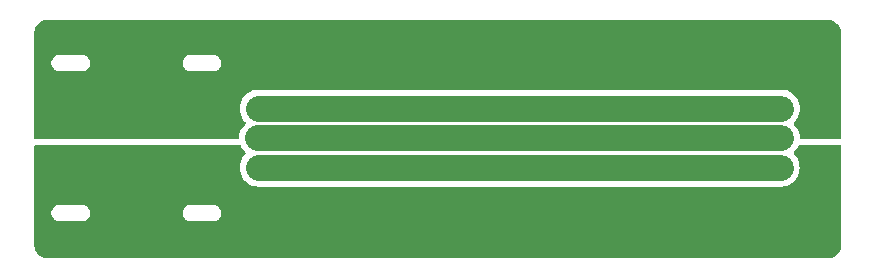
<source format=gbr>
%TF.GenerationSoftware,KiCad,Pcbnew,(7.0.0-rc2-283-gc53ce01b89)*%
%TF.CreationDate,2023-05-01T16:57:45+01:00*%
%TF.ProjectId,4S parallel board,34532070-6172-4616-9c6c-656c20626f61,rev?*%
%TF.SameCoordinates,Original*%
%TF.FileFunction,Copper,L2,Bot*%
%TF.FilePolarity,Positive*%
%FSLAX46Y46*%
G04 Gerber Fmt 4.6, Leading zero omitted, Abs format (unit mm)*
G04 Created by KiCad (PCBNEW (7.0.0-rc2-283-gc53ce01b89)) date 2023-05-01 16:57:45*
%MOMM*%
%LPD*%
G01*
G04 APERTURE LIST*
G04 Aperture macros list*
%AMRoundRect*
0 Rectangle with rounded corners*
0 $1 Rounding radius*
0 $2 $3 $4 $5 $6 $7 $8 $9 X,Y pos of 4 corners*
0 Add a 4 corners polygon primitive as box body*
4,1,4,$2,$3,$4,$5,$6,$7,$8,$9,$2,$3,0*
0 Add four circle primitives for the rounded corners*
1,1,$1+$1,$2,$3*
1,1,$1+$1,$4,$5*
1,1,$1+$1,$6,$7*
1,1,$1+$1,$8,$9*
0 Add four rect primitives between the rounded corners*
20,1,$1+$1,$2,$3,$4,$5,0*
20,1,$1+$1,$4,$5,$6,$7,0*
20,1,$1+$1,$6,$7,$8,$9,0*
20,1,$1+$1,$8,$9,$2,$3,0*%
G04 Aperture macros list end*
%TA.AperFunction,ComponentPad*%
%ADD10RoundRect,0.249999X-1.300001X1.300001X-1.300001X-1.300001X1.300001X-1.300001X1.300001X1.300001X0*%
%TD*%
%TA.AperFunction,ComponentPad*%
%ADD11C,3.100000*%
%TD*%
%TA.AperFunction,ComponentPad*%
%ADD12R,1.700000X1.700000*%
%TD*%
%TA.AperFunction,ComponentPad*%
%ADD13O,1.700000X1.700000*%
%TD*%
%TA.AperFunction,ComponentPad*%
%ADD14O,1.950000X1.700000*%
%TD*%
%TA.AperFunction,ComponentPad*%
%ADD15RoundRect,0.250000X-0.725000X0.600000X-0.725000X-0.600000X0.725000X-0.600000X0.725000X0.600000X0*%
%TD*%
%TA.AperFunction,Conductor*%
%ADD16C,2.200000*%
%TD*%
G04 APERTURE END LIST*
D10*
%TO.P,J1,1,Pin_1*%
%TO.N,VCC*%
X99805000Y-120110000D03*
D11*
%TO.P,J1,2,Pin_2*%
%TO.N,GND*%
X99805000Y-126110000D03*
%TD*%
D12*
%TO.P,J6,1,Pin_1*%
%TO.N,VCC*%
X110599999Y-118034999D03*
D13*
%TO.P,J6,2,Pin_2*%
%TO.N,/B2*%
X110599999Y-120574999D03*
%TO.P,J6,3,Pin_3*%
%TO.N,/B3*%
X110599999Y-123114999D03*
%TO.P,J6,4,Pin_4*%
%TO.N,/B4*%
X110599999Y-125654999D03*
%TO.P,J6,5,Pin_5*%
%TO.N,GND*%
X110599999Y-128194999D03*
%TD*%
D14*
%TO.P,J2,5,Pin_5*%
%TO.N,GND*%
X116839999Y-128109999D03*
%TO.P,J2,4,Pin_4*%
%TO.N,/B4*%
X116839999Y-125609999D03*
%TO.P,J2,3,Pin_3*%
%TO.N,/B3*%
X116839999Y-123109999D03*
%TO.P,J2,2,Pin_2*%
%TO.N,/B2*%
X116839999Y-120609999D03*
D15*
%TO.P,J2,1,Pin_1*%
%TO.N,VCC*%
X116840000Y-118110000D03*
%TD*%
D14*
%TO.P,J12,5,Pin_5*%
%TO.N,GND*%
X154939999Y-128109999D03*
%TO.P,J12,4,Pin_4*%
%TO.N,/B4*%
X154939999Y-125609999D03*
%TO.P,J12,3,Pin_3*%
%TO.N,/B3*%
X154939999Y-123109999D03*
%TO.P,J12,2,Pin_2*%
%TO.N,/B2*%
X154939999Y-120609999D03*
D15*
%TO.P,J12,1,Pin_1*%
%TO.N,VCC*%
X154940000Y-118110000D03*
%TD*%
%TO.P,J9,1,Pin_1*%
%TO.N,VCC*%
X142240000Y-118110000D03*
D14*
%TO.P,J9,2,Pin_2*%
%TO.N,/B2*%
X142239999Y-120609999D03*
%TO.P,J9,3,Pin_3*%
%TO.N,/B3*%
X142239999Y-123109999D03*
%TO.P,J9,4,Pin_4*%
%TO.N,/B4*%
X142239999Y-125609999D03*
%TO.P,J9,5,Pin_5*%
%TO.N,GND*%
X142239999Y-128109999D03*
%TD*%
D15*
%TO.P,J3,1,Pin_1*%
%TO.N,VCC*%
X129540000Y-118110000D03*
D14*
%TO.P,J3,2,Pin_2*%
%TO.N,/B2*%
X129539999Y-120609999D03*
%TO.P,J3,3,Pin_3*%
%TO.N,/B3*%
X129539999Y-123109999D03*
%TO.P,J3,4,Pin_4*%
%TO.N,/B4*%
X129539999Y-125609999D03*
%TO.P,J3,5,Pin_5*%
%TO.N,GND*%
X129539999Y-128109999D03*
%TD*%
D16*
%TO.N,/B4*%
X110645000Y-125610000D02*
X154820000Y-125610000D01*
%TO.N,/B3*%
X154860000Y-123110000D02*
X110605000Y-123110000D01*
%TO.N,/B2*%
X110635000Y-120610000D02*
X154860000Y-120610000D01*
%TD*%
%TA.AperFunction,Conductor*%
%TO.N,GND*%
G36*
X156469845Y-123687700D02*
G01*
X156596244Y-123703500D01*
X156600155Y-123703500D01*
X159843500Y-123703500D01*
X159906500Y-123720381D01*
X159952619Y-123766500D01*
X159969500Y-123829500D01*
X159969500Y-132075044D01*
X159969112Y-132084931D01*
X159955263Y-132260887D01*
X159952170Y-132280414D01*
X159912127Y-132447204D01*
X159906017Y-132466008D01*
X159840377Y-132624477D01*
X159831401Y-132642093D01*
X159741774Y-132788352D01*
X159730153Y-132804348D01*
X159618758Y-132934776D01*
X159604776Y-132948758D01*
X159474348Y-133060153D01*
X159458352Y-133071774D01*
X159312093Y-133161401D01*
X159294477Y-133170377D01*
X159136008Y-133236017D01*
X159117204Y-133242127D01*
X158950414Y-133282170D01*
X158930887Y-133285263D01*
X158767812Y-133298098D01*
X158754929Y-133299112D01*
X158745044Y-133299500D01*
X92824956Y-133299500D01*
X92815070Y-133299112D01*
X92639113Y-133285263D01*
X92619585Y-133282170D01*
X92452795Y-133242127D01*
X92433991Y-133236017D01*
X92275522Y-133170377D01*
X92257906Y-133161401D01*
X92111647Y-133071774D01*
X92095658Y-133060158D01*
X91965214Y-132948749D01*
X91951250Y-132934785D01*
X91839839Y-132804339D01*
X91828225Y-132788352D01*
X91738598Y-132642093D01*
X91729622Y-132624477D01*
X91714055Y-132586896D01*
X91663981Y-132466007D01*
X91657872Y-132447204D01*
X91617829Y-132280414D01*
X91614736Y-132260886D01*
X91600888Y-132084930D01*
X91600500Y-132075044D01*
X91600500Y-129537237D01*
X93087000Y-129537237D01*
X93088573Y-129544129D01*
X93088574Y-129544137D01*
X93119798Y-129680942D01*
X93119800Y-129680948D01*
X93121373Y-129687839D01*
X93124440Y-129694208D01*
X93124442Y-129694213D01*
X93185324Y-129820635D01*
X93188397Y-129827016D01*
X93192809Y-129832549D01*
X93192812Y-129832553D01*
X93280300Y-129942258D01*
X93284711Y-129947789D01*
X93290241Y-129952199D01*
X93399946Y-130039687D01*
X93399948Y-130039688D01*
X93405484Y-130044103D01*
X93544661Y-130111127D01*
X93695263Y-130145500D01*
X93762455Y-130145500D01*
X93772500Y-130145500D01*
X93788908Y-130145500D01*
X95661092Y-130145500D01*
X95687545Y-130145500D01*
X95747659Y-130145500D01*
X95754737Y-130145500D01*
X95905339Y-130111127D01*
X96044516Y-130044103D01*
X96165289Y-129947789D01*
X96261603Y-129827016D01*
X96328627Y-129687839D01*
X96363000Y-129537237D01*
X104199500Y-129537237D01*
X104201073Y-129544129D01*
X104201074Y-129544137D01*
X104232298Y-129680942D01*
X104232300Y-129680948D01*
X104233873Y-129687839D01*
X104236940Y-129694208D01*
X104236942Y-129694213D01*
X104297824Y-129820635D01*
X104300897Y-129827016D01*
X104305309Y-129832549D01*
X104305312Y-129832553D01*
X104392800Y-129942258D01*
X104397211Y-129947789D01*
X104402741Y-129952199D01*
X104512446Y-130039687D01*
X104512448Y-130039688D01*
X104517984Y-130044103D01*
X104657161Y-130111127D01*
X104807763Y-130145500D01*
X104874955Y-130145500D01*
X104885000Y-130145500D01*
X104901408Y-130145500D01*
X106773592Y-130145500D01*
X106800045Y-130145500D01*
X106860159Y-130145500D01*
X106867237Y-130145500D01*
X107017839Y-130111127D01*
X107157016Y-130044103D01*
X107277789Y-129947789D01*
X107374103Y-129827016D01*
X107441127Y-129687839D01*
X107475500Y-129537237D01*
X107475500Y-129382763D01*
X107441127Y-129232161D01*
X107374103Y-129092984D01*
X107317889Y-129022495D01*
X107282199Y-128977741D01*
X107277789Y-128972211D01*
X107272258Y-128967800D01*
X107162553Y-128880312D01*
X107162549Y-128880309D01*
X107157016Y-128875897D01*
X107150635Y-128872824D01*
X107024213Y-128811942D01*
X107024208Y-128811940D01*
X107017839Y-128808873D01*
X107010948Y-128807300D01*
X107010942Y-128807298D01*
X106874137Y-128776074D01*
X106874129Y-128776073D01*
X106867237Y-128774500D01*
X106800045Y-128774500D01*
X104901408Y-128774500D01*
X104885000Y-128774500D01*
X104807763Y-128774500D01*
X104800871Y-128776072D01*
X104800862Y-128776074D01*
X104664057Y-128807298D01*
X104664048Y-128807301D01*
X104657161Y-128808873D01*
X104650793Y-128811939D01*
X104650786Y-128811942D01*
X104524364Y-128872824D01*
X104524360Y-128872826D01*
X104517984Y-128875897D01*
X104512454Y-128880306D01*
X104512446Y-128880312D01*
X104402741Y-128967800D01*
X104402736Y-128967804D01*
X104397211Y-128972211D01*
X104392804Y-128977736D01*
X104392800Y-128977741D01*
X104305312Y-129087446D01*
X104305306Y-129087454D01*
X104300897Y-129092984D01*
X104297826Y-129099360D01*
X104297824Y-129099364D01*
X104236942Y-129225786D01*
X104236939Y-129225793D01*
X104233873Y-129232161D01*
X104232301Y-129239048D01*
X104232298Y-129239057D01*
X104201074Y-129375862D01*
X104201072Y-129375871D01*
X104199500Y-129382763D01*
X104199500Y-129537237D01*
X96363000Y-129537237D01*
X96363000Y-129382763D01*
X96328627Y-129232161D01*
X96261603Y-129092984D01*
X96205389Y-129022495D01*
X96169699Y-128977741D01*
X96165289Y-128972211D01*
X96159758Y-128967800D01*
X96050053Y-128880312D01*
X96050049Y-128880309D01*
X96044516Y-128875897D01*
X96038135Y-128872824D01*
X95911713Y-128811942D01*
X95911708Y-128811940D01*
X95905339Y-128808873D01*
X95898448Y-128807300D01*
X95898442Y-128807298D01*
X95761637Y-128776074D01*
X95761629Y-128776073D01*
X95754737Y-128774500D01*
X95687545Y-128774500D01*
X93788908Y-128774500D01*
X93772500Y-128774500D01*
X93695263Y-128774500D01*
X93688371Y-128776072D01*
X93688362Y-128776074D01*
X93551557Y-128807298D01*
X93551548Y-128807301D01*
X93544661Y-128808873D01*
X93538293Y-128811939D01*
X93538286Y-128811942D01*
X93411864Y-128872824D01*
X93411860Y-128872826D01*
X93405484Y-128875897D01*
X93399954Y-128880306D01*
X93399946Y-128880312D01*
X93290241Y-128967800D01*
X93290236Y-128967804D01*
X93284711Y-128972211D01*
X93280304Y-128977736D01*
X93280300Y-128977741D01*
X93192812Y-129087446D01*
X93192806Y-129087454D01*
X93188397Y-129092984D01*
X93185326Y-129099360D01*
X93185324Y-129099364D01*
X93124442Y-129225786D01*
X93124439Y-129225793D01*
X93121373Y-129232161D01*
X93119801Y-129239048D01*
X93119798Y-129239057D01*
X93088574Y-129375862D01*
X93088572Y-129375871D01*
X93087000Y-129382763D01*
X93087000Y-129537237D01*
X91600500Y-129537237D01*
X91600500Y-123829500D01*
X91617381Y-123766500D01*
X91663500Y-123720381D01*
X91726500Y-123703500D01*
X108864845Y-123703500D01*
X108868756Y-123703500D01*
X108995155Y-123687700D01*
X108995657Y-123687572D01*
X109051497Y-123689853D01*
X109101481Y-123716884D01*
X109134506Y-123763128D01*
X109135903Y-123766500D01*
X109167384Y-123842502D01*
X109299672Y-124058376D01*
X109302879Y-124062131D01*
X109302882Y-124062135D01*
X109460886Y-124247133D01*
X109464102Y-124250898D01*
X109488579Y-124271804D01*
X109500013Y-124281569D01*
X109538015Y-124338444D01*
X109540701Y-124406794D01*
X109507367Y-124466312D01*
X109504102Y-124469102D01*
X109500900Y-124472850D01*
X109500894Y-124472857D01*
X109342882Y-124657864D01*
X109342874Y-124657874D01*
X109339672Y-124661624D01*
X109337093Y-124665832D01*
X109337089Y-124665838D01*
X109209970Y-124873277D01*
X109209966Y-124873283D01*
X109207384Y-124877498D01*
X109205491Y-124882067D01*
X109205489Y-124882072D01*
X109112389Y-125106835D01*
X109112386Y-125106841D01*
X109110495Y-125111409D01*
X109109342Y-125116208D01*
X109109339Y-125116220D01*
X109052546Y-125352784D01*
X109051391Y-125357597D01*
X109051003Y-125362520D01*
X109051002Y-125362530D01*
X109031914Y-125605070D01*
X109031526Y-125610000D01*
X109031914Y-125614930D01*
X109051002Y-125857469D01*
X109051003Y-125857477D01*
X109051391Y-125862403D01*
X109052545Y-125867211D01*
X109052546Y-125867215D01*
X109109339Y-126103779D01*
X109109341Y-126103787D01*
X109110495Y-126108591D01*
X109207384Y-126342502D01*
X109339672Y-126558376D01*
X109342879Y-126562131D01*
X109342882Y-126562135D01*
X109500894Y-126747142D01*
X109504102Y-126750898D01*
X109696624Y-126915328D01*
X109912498Y-127047616D01*
X110146409Y-127144505D01*
X110392597Y-127203609D01*
X110581801Y-127218500D01*
X154880730Y-127218500D01*
X154883199Y-127218500D01*
X155072403Y-127203609D01*
X155318591Y-127144505D01*
X155552502Y-127047616D01*
X155768376Y-126915328D01*
X155960898Y-126750898D01*
X156125328Y-126558376D01*
X156257616Y-126342502D01*
X156354505Y-126108591D01*
X156413609Y-125862403D01*
X156433474Y-125610000D01*
X156413609Y-125357597D01*
X156354505Y-125111409D01*
X156257616Y-124877498D01*
X156125328Y-124661624D01*
X155960898Y-124469102D01*
X155957631Y-124466311D01*
X155924298Y-124406793D01*
X155926984Y-124338442D01*
X155964986Y-124281569D01*
X156000898Y-124250898D01*
X156165328Y-124058376D01*
X156297616Y-123842502D01*
X156330492Y-123763129D01*
X156363516Y-123716885D01*
X156413500Y-123689854D01*
X156469338Y-123687571D01*
X156469845Y-123687700D01*
G37*
%TD.AperFunction*%
%TD*%
%TA.AperFunction,Conductor*%
%TO.N,VCC*%
G36*
X158754930Y-113080888D02*
G01*
X158930886Y-113094736D01*
X158950414Y-113097829D01*
X159033808Y-113117850D01*
X159117205Y-113137872D01*
X159136008Y-113143982D01*
X159294477Y-113209622D01*
X159312093Y-113218598D01*
X159458352Y-113308225D01*
X159474339Y-113319839D01*
X159604785Y-113431250D01*
X159618749Y-113445214D01*
X159730158Y-113575658D01*
X159741774Y-113591647D01*
X159831401Y-113737906D01*
X159840377Y-113755522D01*
X159906017Y-113913991D01*
X159912127Y-113932795D01*
X159952170Y-114099585D01*
X159955263Y-114119113D01*
X159969112Y-114295070D01*
X159969500Y-114304956D01*
X159969500Y-123064000D01*
X159952619Y-123127000D01*
X159906500Y-123173119D01*
X159843500Y-123190000D01*
X156596244Y-123190000D01*
X156536122Y-123174731D01*
X156490572Y-123132625D01*
X156470632Y-123073886D01*
X156453997Y-122862531D01*
X156453609Y-122857597D01*
X156394505Y-122611409D01*
X156297616Y-122377498D01*
X156165328Y-122161624D01*
X156000898Y-121969102D01*
X155997141Y-121965893D01*
X155997139Y-121965891D01*
X155985334Y-121955808D01*
X155952739Y-121912746D01*
X155941167Y-121859994D01*
X155952743Y-121807243D01*
X155985339Y-121764186D01*
X156000898Y-121750898D01*
X156165328Y-121558376D01*
X156297616Y-121342502D01*
X156394505Y-121108591D01*
X156453609Y-120862403D01*
X156473474Y-120610000D01*
X156453609Y-120357597D01*
X156394505Y-120111409D01*
X156297616Y-119877498D01*
X156165328Y-119661624D01*
X156000898Y-119469102D01*
X155997142Y-119465894D01*
X155812135Y-119307882D01*
X155812131Y-119307879D01*
X155808376Y-119304672D01*
X155592502Y-119172384D01*
X155358591Y-119075495D01*
X155353787Y-119074341D01*
X155353779Y-119074339D01*
X155117215Y-119017546D01*
X155117211Y-119017545D01*
X155112403Y-119016391D01*
X155107477Y-119016003D01*
X155107469Y-119016002D01*
X154925655Y-119001693D01*
X154925647Y-119001692D01*
X154923199Y-119001500D01*
X110571801Y-119001500D01*
X110569353Y-119001692D01*
X110569344Y-119001693D01*
X110387530Y-119016002D01*
X110387520Y-119016003D01*
X110382597Y-119016391D01*
X110377789Y-119017545D01*
X110377784Y-119017546D01*
X110141220Y-119074339D01*
X110141208Y-119074342D01*
X110136409Y-119075495D01*
X110131841Y-119077386D01*
X110131835Y-119077389D01*
X109907072Y-119170489D01*
X109907067Y-119170491D01*
X109902498Y-119172384D01*
X109898283Y-119174966D01*
X109898277Y-119174970D01*
X109690838Y-119302089D01*
X109690832Y-119302093D01*
X109686624Y-119304672D01*
X109682874Y-119307874D01*
X109682864Y-119307882D01*
X109497857Y-119465894D01*
X109497850Y-119465900D01*
X109494102Y-119469102D01*
X109490900Y-119472850D01*
X109490894Y-119472857D01*
X109332882Y-119657864D01*
X109332874Y-119657874D01*
X109329672Y-119661624D01*
X109327093Y-119665832D01*
X109327089Y-119665838D01*
X109199970Y-119873277D01*
X109199966Y-119873283D01*
X109197384Y-119877498D01*
X109195491Y-119882067D01*
X109195489Y-119882072D01*
X109102389Y-120106835D01*
X109102386Y-120106841D01*
X109100495Y-120111409D01*
X109099342Y-120116208D01*
X109099339Y-120116220D01*
X109042546Y-120352784D01*
X109041391Y-120357597D01*
X109041003Y-120362520D01*
X109041002Y-120362530D01*
X109021914Y-120605070D01*
X109021526Y-120610000D01*
X109021914Y-120614930D01*
X109041002Y-120857469D01*
X109041003Y-120857477D01*
X109041391Y-120862403D01*
X109042545Y-120867211D01*
X109042546Y-120867215D01*
X109099339Y-121103779D01*
X109099341Y-121103787D01*
X109100495Y-121108591D01*
X109197384Y-121342502D01*
X109329672Y-121558376D01*
X109332879Y-121562131D01*
X109332882Y-121562135D01*
X109403176Y-121644438D01*
X109494102Y-121750898D01*
X109497871Y-121754117D01*
X109501364Y-121757610D01*
X109500234Y-121758739D01*
X109527253Y-121794424D01*
X109538833Y-121847178D01*
X109527261Y-121899934D01*
X109494665Y-121942998D01*
X109467858Y-121965893D01*
X109467850Y-121965900D01*
X109464102Y-121969102D01*
X109460900Y-121972850D01*
X109460894Y-121972857D01*
X109302882Y-122157864D01*
X109302874Y-122157874D01*
X109299672Y-122161624D01*
X109297093Y-122165832D01*
X109297089Y-122165838D01*
X109169970Y-122373277D01*
X109169966Y-122373283D01*
X109167384Y-122377498D01*
X109165491Y-122382067D01*
X109165489Y-122382072D01*
X109072389Y-122606835D01*
X109072386Y-122606841D01*
X109070495Y-122611409D01*
X109069342Y-122616208D01*
X109069339Y-122616220D01*
X109012546Y-122852784D01*
X109011391Y-122857597D01*
X109011003Y-122862522D01*
X109011002Y-122862531D01*
X108994368Y-123073886D01*
X108974428Y-123132625D01*
X108928878Y-123174731D01*
X108868756Y-123190000D01*
X91726500Y-123190000D01*
X91663500Y-123173119D01*
X91617381Y-123127000D01*
X91600500Y-123064000D01*
X91600500Y-116837237D01*
X93087000Y-116837237D01*
X93088573Y-116844129D01*
X93088574Y-116844137D01*
X93119798Y-116980942D01*
X93119800Y-116980948D01*
X93121373Y-116987839D01*
X93124440Y-116994208D01*
X93124442Y-116994213D01*
X93185324Y-117120635D01*
X93188397Y-117127016D01*
X93192809Y-117132549D01*
X93192812Y-117132553D01*
X93280300Y-117242258D01*
X93284711Y-117247789D01*
X93290241Y-117252199D01*
X93399946Y-117339687D01*
X93399948Y-117339688D01*
X93405484Y-117344103D01*
X93544661Y-117411127D01*
X93695263Y-117445500D01*
X93762455Y-117445500D01*
X93772500Y-117445500D01*
X93788908Y-117445500D01*
X95661092Y-117445500D01*
X95687545Y-117445500D01*
X95747659Y-117445500D01*
X95754737Y-117445500D01*
X95905339Y-117411127D01*
X96044516Y-117344103D01*
X96165289Y-117247789D01*
X96261603Y-117127016D01*
X96328627Y-116987839D01*
X96363000Y-116837237D01*
X104199500Y-116837237D01*
X104201073Y-116844129D01*
X104201074Y-116844137D01*
X104232298Y-116980942D01*
X104232300Y-116980948D01*
X104233873Y-116987839D01*
X104236940Y-116994208D01*
X104236942Y-116994213D01*
X104297824Y-117120635D01*
X104300897Y-117127016D01*
X104305309Y-117132549D01*
X104305312Y-117132553D01*
X104392800Y-117242258D01*
X104397211Y-117247789D01*
X104402741Y-117252199D01*
X104512446Y-117339687D01*
X104512448Y-117339688D01*
X104517984Y-117344103D01*
X104657161Y-117411127D01*
X104807763Y-117445500D01*
X104874955Y-117445500D01*
X104885000Y-117445500D01*
X104901408Y-117445500D01*
X106773592Y-117445500D01*
X106800045Y-117445500D01*
X106860159Y-117445500D01*
X106867237Y-117445500D01*
X107017839Y-117411127D01*
X107157016Y-117344103D01*
X107277789Y-117247789D01*
X107374103Y-117127016D01*
X107441127Y-116987839D01*
X107475500Y-116837237D01*
X107475500Y-116682763D01*
X107441127Y-116532161D01*
X107374103Y-116392984D01*
X107317889Y-116322495D01*
X107282199Y-116277741D01*
X107277789Y-116272211D01*
X107272258Y-116267800D01*
X107162553Y-116180312D01*
X107162549Y-116180309D01*
X107157016Y-116175897D01*
X107150635Y-116172824D01*
X107024213Y-116111942D01*
X107024208Y-116111940D01*
X107017839Y-116108873D01*
X107010948Y-116107300D01*
X107010942Y-116107298D01*
X106874137Y-116076074D01*
X106874129Y-116076073D01*
X106867237Y-116074500D01*
X106800045Y-116074500D01*
X104901408Y-116074500D01*
X104885000Y-116074500D01*
X104807763Y-116074500D01*
X104800871Y-116076072D01*
X104800862Y-116076074D01*
X104664057Y-116107298D01*
X104664048Y-116107301D01*
X104657161Y-116108873D01*
X104650793Y-116111939D01*
X104650786Y-116111942D01*
X104524364Y-116172824D01*
X104524360Y-116172826D01*
X104517984Y-116175897D01*
X104512454Y-116180306D01*
X104512446Y-116180312D01*
X104402741Y-116267800D01*
X104402736Y-116267804D01*
X104397211Y-116272211D01*
X104392804Y-116277736D01*
X104392800Y-116277741D01*
X104305312Y-116387446D01*
X104305306Y-116387454D01*
X104300897Y-116392984D01*
X104297826Y-116399360D01*
X104297824Y-116399364D01*
X104236942Y-116525786D01*
X104236939Y-116525793D01*
X104233873Y-116532161D01*
X104232301Y-116539048D01*
X104232298Y-116539057D01*
X104201074Y-116675862D01*
X104201072Y-116675871D01*
X104199500Y-116682763D01*
X104199500Y-116837237D01*
X96363000Y-116837237D01*
X96363000Y-116682763D01*
X96328627Y-116532161D01*
X96261603Y-116392984D01*
X96205389Y-116322495D01*
X96169699Y-116277741D01*
X96165289Y-116272211D01*
X96159758Y-116267800D01*
X96050053Y-116180312D01*
X96050049Y-116180309D01*
X96044516Y-116175897D01*
X96038135Y-116172824D01*
X95911713Y-116111942D01*
X95911708Y-116111940D01*
X95905339Y-116108873D01*
X95898448Y-116107300D01*
X95898442Y-116107298D01*
X95761637Y-116076074D01*
X95761629Y-116076073D01*
X95754737Y-116074500D01*
X95687545Y-116074500D01*
X93788908Y-116074500D01*
X93772500Y-116074500D01*
X93695263Y-116074500D01*
X93688371Y-116076072D01*
X93688362Y-116076074D01*
X93551557Y-116107298D01*
X93551548Y-116107301D01*
X93544661Y-116108873D01*
X93538293Y-116111939D01*
X93538286Y-116111942D01*
X93411864Y-116172824D01*
X93411860Y-116172826D01*
X93405484Y-116175897D01*
X93399954Y-116180306D01*
X93399946Y-116180312D01*
X93290241Y-116267800D01*
X93290236Y-116267804D01*
X93284711Y-116272211D01*
X93280304Y-116277736D01*
X93280300Y-116277741D01*
X93192812Y-116387446D01*
X93192806Y-116387454D01*
X93188397Y-116392984D01*
X93185326Y-116399360D01*
X93185324Y-116399364D01*
X93124442Y-116525786D01*
X93124439Y-116525793D01*
X93121373Y-116532161D01*
X93119801Y-116539048D01*
X93119798Y-116539057D01*
X93088574Y-116675862D01*
X93088572Y-116675871D01*
X93087000Y-116682763D01*
X93087000Y-116837237D01*
X91600500Y-116837237D01*
X91600500Y-114304956D01*
X91600888Y-114295070D01*
X91614736Y-114119113D01*
X91617829Y-114099585D01*
X91657873Y-113932790D01*
X91663982Y-113913991D01*
X91729624Y-113755516D01*
X91738598Y-113737906D01*
X91828225Y-113591647D01*
X91839834Y-113575666D01*
X91951256Y-113445207D01*
X91965207Y-113431256D01*
X92095666Y-113319834D01*
X92111647Y-113308225D01*
X92257906Y-113218598D01*
X92275516Y-113209624D01*
X92433995Y-113143980D01*
X92452790Y-113137873D01*
X92619586Y-113097828D01*
X92639113Y-113094736D01*
X92815070Y-113080888D01*
X92824956Y-113080500D01*
X92836408Y-113080500D01*
X158733592Y-113080500D01*
X158745044Y-113080500D01*
X158754930Y-113080888D01*
G37*
%TD.AperFunction*%
%TD*%
M02*

</source>
